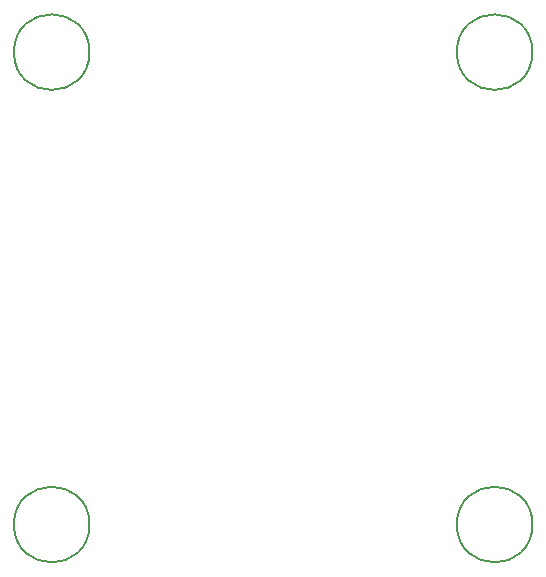
<source format=gbr>
%TF.GenerationSoftware,KiCad,Pcbnew,8.0.5*%
%TF.CreationDate,2024-09-18T15:37:43+10:00*%
%TF.ProjectId,mppt-board,6d707074-2d62-46f6-9172-642e6b696361,rev?*%
%TF.SameCoordinates,Original*%
%TF.FileFunction,Other,Comment*%
%FSLAX46Y46*%
G04 Gerber Fmt 4.6, Leading zero omitted, Abs format (unit mm)*
G04 Created by KiCad (PCBNEW 8.0.5) date 2024-09-18 15:37:43*
%MOMM*%
%LPD*%
G01*
G04 APERTURE LIST*
%ADD10C,0.150000*%
G04 APERTURE END LIST*
D10*
%TO.C,H3*%
X69700000Y-94000000D02*
G75*
G02*
X63300000Y-94000000I-3200000J0D01*
G01*
X63300000Y-94000000D02*
G75*
G02*
X69700000Y-94000000I3200000J0D01*
G01*
%TO.C,H2*%
X107200000Y-54000000D02*
G75*
G02*
X100800000Y-54000000I-3200000J0D01*
G01*
X100800000Y-54000000D02*
G75*
G02*
X107200000Y-54000000I3200000J0D01*
G01*
%TO.C,H1*%
X69700000Y-54000000D02*
G75*
G02*
X63300000Y-54000000I-3200000J0D01*
G01*
X63300000Y-54000000D02*
G75*
G02*
X69700000Y-54000000I3200000J0D01*
G01*
%TO.C,H4*%
X107200000Y-94000000D02*
G75*
G02*
X100800000Y-94000000I-3200000J0D01*
G01*
X100800000Y-94000000D02*
G75*
G02*
X107200000Y-94000000I3200000J0D01*
G01*
%TD*%
M02*

</source>
